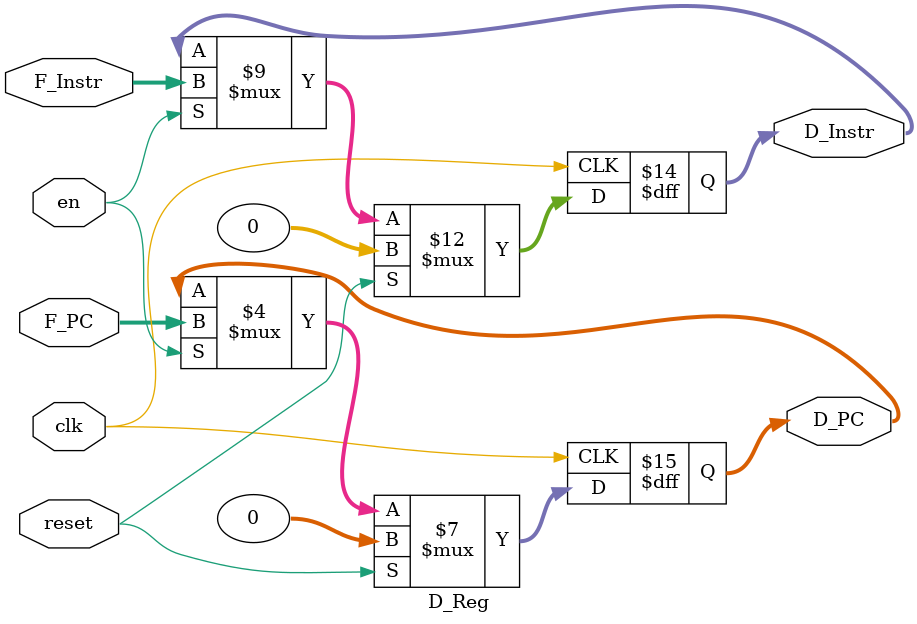
<source format=v>
`timescale 1ns / 1ps
module D_Reg(
    input [31:0] F_Instr,
    input clk,
    input en,
	 input reset,
    input [31:0] F_PC,
    output reg[31:0] D_Instr,
    output reg[31:0] D_PC
    );
    always@(posedge clk)begin
	     if(reset == 1)begin
		      D_Instr <= 32'd0;
				D_PC <= 32'd0;
		  end
		  else if(en == 1)begin
		      D_Instr <= F_Instr;
				D_PC <= F_PC;
		  end
	 end

endmodule

</source>
